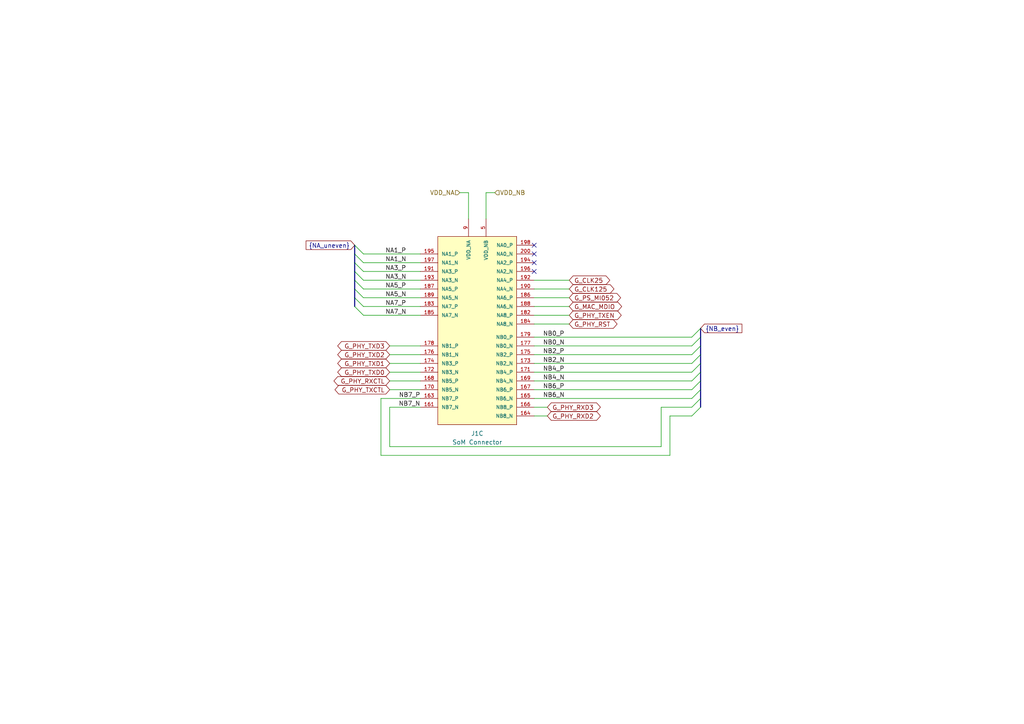
<source format=kicad_sch>
(kicad_sch (version 20250114) (generator "eeschema") (generator_version "9.0")
  (paper "A4")
  (title_block (title "SoM Programmer & ADC Board") (date "2026-02-09") (rev "0.1") (company "Technische Hochschule Köln") (comment 1 "Felix Sebastian Nitz") (comment 2 "Ismail Özdemirkan"))
  (lib_symbols
    (symbol "ccsom_lib:SoM connector" (pin_names (offset 1.016))
      (property "Reference" "J" (at 11.176 23.368 0))
      (property "Value" "SoM Connector" (at 11.176 21.336 0))
      (symbol "SoM connector_1_0"
        (rectangle (start -11.43 17.78) (end 11.43 -7.62) (stroke (width 0.1524)) (fill (type background)))
        (pin passive line (at -16.51 13.97 0) (length 5.08) (name "JTAG_TCK") (number "21"))
        (pin passive line (at -16.51 11.43 0) (length 5.08) (name "JTAG_TMS") (number "23"))
        (pin passive line (at -16.51 8.89 0) (length 5.08) (name "JTAG_TDI") (number "25"))
        (pin passive line (at -16.51 6.35 0) (length 5.08) (name "JTAG_TDO") (number "27"))
        (pin passive line (at -16.51 2.54 0) (length 5.08) (name "MD3") (number "33"))
        (pin passive line (at -16.51 0 0) (length 5.08) (name "MD2") (number "35"))
        (pin passive line (at -16.51 -2.54 0) (length 5.08) (name "MD1") (number "37"))
        (pin passive line (at -16.51 -5.08 0) (length 5.08) (name "MD0") (number "39"))
        (pin power_in line (at 0 22.86 270) (length 5.08) (name "+5V") (number "1"))
        (pin power_in line (at 0 22.86 270) (length 5.08) (hide yes) (name "+5V") (number "4"))
        (pin passive line (at 0 -12.7 90) (length 5.08) (hide yes) (name "GND") (number "10"))
        (pin passive line (at 0 -12.7 90) (length 5.08) (hide yes) (name "GND") (number "101"))
        (pin passive line (at 0 -12.7 90) (length 5.08) (hide yes) (name "GND") (number "105"))
        (pin passive line (at 0 -12.7 90) (length 5.08) (hide yes) (name "GND") (number "11"))
        (pin passive line (at 0 -12.7 90) (length 5.08) (hide yes) (name "GND") (number "112"))
        (pin passive line (at 0 -12.7 90) (length 5.08) (hide yes) (name "GND") (number "116"))
        (pin passive line (at 0 -12.7 90) (length 5.08) (hide yes) (name "GND") (number "122"))
        (pin passive line (at 0 -12.7 90) (length 5.08) (hide yes) (name "GND") (number "14"))
        (pin passive line (at 0 -12.7 90) (length 5.08) (hide yes) (name "GND") (number "144"))
        (pin passive line (at 0 -12.7 90) (length 5.08) (hide yes) (name "GND") (number "15"))
        (pin passive line (at 0 -12.7 90) (length 5.08) (hide yes) (name "GND") (number "159"))
        (pin passive line (at 0 -12.7 90) (length 5.08) (hide yes) (name "GND") (number "162"))
        (pin passive line (at 0 -12.7 90) (length 5.08) (hide yes) (name "GND") (number "180"))
        (pin passive line (at 0 -12.7 90) (length 5.08) (hide yes) (name "GND") (number "181"))
        (pin passive line (at 0 -12.7 90) (length 5.08) (hide yes) (name "GND") (number "19"))
        (pin passive line (at 0 -12.7 90) (length 5.08) (hide yes) (name "GND") (number "199"))
        (pin passive line (at 0 -12.7 90) (length 5.08) (name "GND") (number "2"))
        (pin passive line (at 0 -12.7 90) (length 5.08) (hide yes) (name "GND") (number "20"))
        (pin passive line (at 0 -12.7 90) (length 5.08) (hide yes) (name "GND") (number "22"))
        (pin passive line (at 0 -12.7 90) (length 5.08) (hide yes) (name "GND") (number "28"))
        (pin passive line (at 0 -12.7 90) (length 5.08) (hide yes) (name "GND") (number "3"))
        (pin passive line (at 0 -12.7 90) (length 5.08) (hide yes) (name "GND") (number "34"))
        (pin passive line (at 0 -12.7 90) (length 5.08) (hide yes) (name "GND") (number "40"))
        (pin passive line (at 0 -12.7 90) (length 5.08) (hide yes) (name "GND") (number "46"))
        (pin passive line (at 0 -12.7 90) (length 5.08) (hide yes) (name "GND") (number "52"))
        (pin passive line (at 0 -12.7 90) (length 5.08) (hide yes) (name "GND") (number "54"))
        (pin passive line (at 0 -12.7 90) (length 5.08) (hide yes) (name "GND") (number "6"))
        (pin passive line (at 0 -12.7 90) (length 5.08) (hide yes) (name "GND") (number "7"))
        (pin passive line (at 0 -12.7 90) (length 5.08) (hide yes) (name "GND") (number "97"))
        (pin passive line (at 0 -12.7 90) (length 5.08) (hide yes) (name "SHIELD") (number "S1"))
        (pin passive line (at 0 -12.7 90) (length 5.08) (hide yes) (name "SHIELD__1") (number "S2"))
        (pin passive line (at 16.51 13.97 180) (length 5.08) (name "APP_Reset") (number "18"))
        (pin passive line (at 16.51 10.16 180) (length 5.08) (name "CFG_Failed") (number "31"))
        (pin passive line (at 16.51 7.62 180) (length 5.08) (name "CFG_Done") (number "29"))
        (pin passive line (at 16.51 3.81 180) (length 5.08) (name "CLK1") (number "114"))
        (pin passive line (at 16.51 1.27 180) (length 5.08) (name "CLK2") (number "103"))
        (pin passive line (at 16.51 -1.27 180) (length 5.08) (name "CLK3") (number "99"))
      )
      (symbol "SoM connector_2_0"
        (rectangle (start -8.89 19.05) (end 8.89 3.81) (stroke (width 0.1524)) (fill (type background)))
        (pin passive line (at -13.97 15.24 0) (length 5.08) (name "TX_P0") (number "32"))
        (pin passive line (at -13.97 12.7 0) (length 5.08) (name "TX_N0") (number "30"))
        (pin passive line (at -13.97 10.16 0) (length 5.08) (name "RX_P0") (number "26"))
        (pin passive line (at -13.97 7.62 0) (length 5.08) (name "RX_N0") (number "24"))
        (pin passive line (at -1.27 -1.27 90) (length 5.08) (name "CLK_N") (number "38"))
        (pin passive line (at 1.27 -1.27 90) (length 5.08) (name "CLK_P") (number "36"))
        (pin passive line (at 13.97 15.24 180) (length 5.08) (name "RX_P1") (number "44"))
        (pin passive line (at 13.97 12.7 180) (length 5.08) (name "RX_N1") (number "42"))
        (pin passive line (at 13.97 10.16 180) (length 5.08) (name "TX_N1") (number "48"))
        (pin passive line (at 13.97 7.62 180) (length 5.08) (name "TX_P1") (number "50"))
      )
      (symbol "SoM connector_3_0"
        (rectangle (start -11.43 17.78) (end 11.43 -36.83) (stroke (width 0.1524)) (fill (type background)))
        (pin passive line (at -16.51 12.7 0) (length 5.08) (name "NA1_P") (number "195"))
        (pin passive line (at -16.51 10.16 0) (length 5.08) (name "NA1_N") (number "197"))
        (pin passive line (at -16.51 7.62 0) (length 5.08) (name "NA3_P") (number "191"))
        (pin passive line (at -16.51 5.08 0) (length 5.08) (name "NA3_N") (number "193"))
        (pin passive line (at -16.51 2.54 0) (length 5.08) (name "NA5_P") (number "187"))
        (pin passive line (at -16.51 0 0) (length 5.08) (name "NA5_N") (number "189"))
        (pin passive line (at -16.51 -2.54 0) (length 5.08) (name "NA7_P") (number "183"))
        (pin passive line (at -16.51 -5.08 0) (length 5.08) (name "NA7_N") (number "185"))
        (pin passive line (at -16.51 -13.97 0) (length 5.08) (name "NB1_P") (number "178"))
        (pin passive line (at -16.51 -16.51 0) (length 5.08) (name "NB1_N") (number "176"))
        (pin passive line (at -16.51 -19.05 0) (length 5.08) (name "NB3_P") (number "174"))
        (pin passive line (at -16.51 -21.59 0) (length 5.08) (name "NB3_N") (number "172"))
        (pin passive line (at -16.51 -24.13 0) (length 5.08) (name "NB5_P") (number "168"))
        (pin passive line (at -16.51 -26.67 0) (length 5.08) (name "NB5_N") (number "170"))
        (pin passive line (at -16.51 -29.21 0) (length 5.08) (name "NB7_P") (number "163"))
        (pin passive line (at -16.51 -31.75 0) (length 5.08) (name "NB7_N") (number "161"))
        (pin power_in line (at -2.54 22.86 270) (length 5.08) (name "VDD_NA") (number "9"))
        (pin power_in line (at 2.54 22.86 270) (length 5.08) (name "VDD_NB") (number "5"))
        (pin passive line (at 16.51 15.24 180) (length 5.08) (name "NA0_P") (number "198"))
        (pin passive line (at 16.51 12.7 180) (length 5.08) (name "NA0_N") (number "200"))
        (pin passive line (at 16.51 10.16 180) (length 5.08) (name "NA2_P") (number "194"))
        (pin passive line (at 16.51 7.62 180) (length 5.08) (name "NA2_N") (number "196"))
        (pin passive line (at 16.51 5.08 180) (length 5.08) (name "NA4_P") (number "192"))
        (pin passive line (at 16.51 2.54 180) (length 5.08) (name "NA4_N") (number "190"))
        (pin passive line (at 16.51 0 180) (length 5.08) (name "NA6_P") (number "186"))
        (pin passive line (at 16.51 -2.54 180) (length 5.08) (name "NA6_N") (number "188"))
        (pin passive line (at 16.51 -5.08 180) (length 5.08) (name "NA8_P") (number "182"))
        (pin passive line (at 16.51 -7.62 180) (length 5.08) (name "NA8_N") (number "184"))
        (pin passive line (at 16.51 -11.43 180) (length 5.08) (name "NB0_P") (number "179"))
        (pin passive line (at 16.51 -13.97 180) (length 5.08) (name "NB0_N") (number "177"))
        (pin passive line (at 16.51 -16.51 180) (length 5.08) (name "NB2_P") (number "175"))
        (pin passive line (at 16.51 -19.05 180) (length 5.08) (name "NB2_N") (number "173"))
        (pin passive line (at 16.51 -21.59 180) (length 5.08) (name "NB4_P") (number "171"))
        (pin passive line (at 16.51 -24.13 180) (length 5.08) (name "NB4_N") (number "169"))
        (pin passive line (at 16.51 -26.67 180) (length 5.08) (name "NB6_P") (number "167"))
        (pin passive line (at 16.51 -29.21 180) (length 5.08) (name "NB6_N") (number "165"))
        (pin passive line (at 16.51 -31.75 180) (length 5.08) (name "NB8_P") (number "166"))
        (pin passive line (at 16.51 -34.29 180) (length 5.08) (name "NB8_N") (number "164"))
      )
      (symbol "SoM connector_4_0"
        (rectangle (start -11.43 17.78) (end 11.43 -36.83) (stroke (width 0.1524)) (fill (type background)))
        (pin passive line (at -16.51 12.7 0) (length 5.08) (name "EA1_P") (number "124"))
        (pin passive line (at -16.51 10.16 0) (length 5.08) (name "EA1_N") (number "126"))
        (pin passive line (at -16.51 7.62 0) (length 5.08) (name "EA3_P") (number "128"))
        (pin passive line (at -16.51 5.08 0) (length 5.08) (name "EA3_N") (number "130"))
        (pin passive line (at -16.51 2.54 0) (length 5.08) (name "EA5_P") (number "132"))
        (pin passive line (at -16.51 0 0) (length 5.08) (name "EA5_N") (number "134"))
        (pin passive line (at -16.51 -2.54 0) (length 5.08) (name "EA7_P") (number "135"))
        (pin passive line (at -16.51 -5.08 0) (length 5.08) (name "EA7_N") (number "137"))
        (pin passive line (at -16.51 -13.97 0) (length 5.08) (name "EB1_P") (number "146"))
        (pin passive line (at -16.51 -16.51 0) (length 5.08) (name "EB1_N") (number "148"))
        (pin passive line (at -16.51 -19.05 0) (length 5.08) (name "EB3_P") (number "150"))
        (pin passive line (at -16.51 -21.59 0) (length 5.08) (name "EB3_N") (number "152"))
        (pin passive line (at -16.51 -24.13 0) (length 5.08) (name "EB5_P") (number "151"))
        (pin passive line (at -16.51 -26.67 0) (length 5.08) (name "EB5_N") (number "153"))
        (pin passive line (at -16.51 -29.21 0) (length 5.08) (name "EB7_P") (number "160"))
        (pin passive line (at -16.51 -31.75 0) (length 5.08) (name "EB7_N") (number "158"))
        (pin power_in line (at -2.54 22.86 270) (length 5.08) (name "VDD_EA") (number "13"))
        (pin power_in line (at 2.54 22.86 270) (length 5.08) (name "VDD_EB") (number "17"))
        (pin passive line (at 16.51 15.24 180) (length 5.08) (name "EA0_P") (number "125"))
        (pin passive line (at 16.51 12.7 180) (length 5.08) (name "EA0_N") (number "123"))
        (pin passive line (at 16.51 10.16 180) (length 5.08) (name "EA2_P") (number "127"))
        (pin passive line (at 16.51 7.62 180) (length 5.08) (name "EA2_N") (number "129"))
        (pin passive line (at 16.51 5.08 180) (length 5.08) (name "EA4_P") (number "131"))
        (pin passive line (at 16.51 2.54 180) (length 5.08) (name "EA4_N") (number "133"))
        (pin passive line (at 16.51 0 180) (length 5.08) (name "EA6_P") (number "136"))
        (pin passive line (at 16.51 -2.54 180) (length 5.08) (name "EA6_N") (number "138"))
        (pin passive line (at 16.51 -5.08 180) (length 5.08) (name "EA8_P") (number "140"))
        (pin passive line (at 16.51 -7.62 180) (length 5.08) (name "EA8_N") (number "142"))
        (pin passive line (at 16.51 -11.43 180) (length 5.08) (name "EB0_P") (number "139"))
        (pin passive line (at 16.51 -13.97 180) (length 5.08) (name "EB0_N") (number "141"))
        (pin passive line (at 16.51 -16.51 180) (length 5.08) (name "EB2_P") (number "143"))
        (pin passive line (at 16.51 -19.05 180) (length 5.08) (name "EB2_N") (number "145"))
        (pin passive line (at 16.51 -21.59 180) (length 5.08) (name "EB4_P") (number "147"))
        (pin passive line (at 16.51 -24.13 180) (length 5.08) (name "EB4_N") (number "149"))
        (pin passive line (at 16.51 -26.67 180) (length 5.08) (name "EB6_P") (number "154"))
        (pin passive line (at 16.51 -29.21 180) (length 5.08) (name "EB6_N") (number "156"))
        (pin passive line (at 16.51 -31.75 180) (length 5.08) (name "EB8_P") (number "157"))
        (pin passive line (at 16.51 -34.29 180) (length 5.08) (name "EB8_N") (number "155"))
      )
      (symbol "SoM connector_5_0"
        (rectangle (start -11.43 17.78) (end 11.43 -26.67) (stroke (width 0.1524)) (fill (type background)))
        (pin passive line (at -16.51 12.7 0) (length 5.08) (name "SA1_P") (number "90"))
        (pin passive line (at -16.51 10.16 0) (length 5.08) (name "SA1_N") (number "88"))
        (pin passive line (at -16.51 7.62 0) (length 5.08) (name "SA3_P") (number "87"))
        (pin passive line (at -16.51 5.08 0) (length 5.08) (name "SA3_N") (number "85"))
        (pin passive line (at -16.51 2.54 0) (length 5.08) (name "SA5_P") (number "91"))
        (pin passive line (at -16.51 0 0) (length 5.08) (name "SA5_N") (number "89"))
        (pin passive line (at -16.51 -2.54 0) (length 5.08) (name "SA7_P") (number "102"))
        (pin passive line (at -16.51 -5.08 0) (length 5.08) (name "SA7_N") (number "100"))
        (pin passive line (at -16.51 -11.43 0) (length 5.08) (name "SB1_P") (number "113"))
        (pin passive line (at -16.51 -13.97 0) (length 5.08) (name "SB1_N") (number "111"))
        (pin passive line (at -16.51 -16.51 0) (length 5.08) (name "SB3_P") (number "121"))
        (pin passive line (at -16.51 -19.05 0) (length 5.08) (name "SB3_N") (number "119"))
        (pin passive line (at -16.51 -21.59 0) (length 5.08) (name "SB7") (number "118"))
        (pin passive line (at -16.51 -24.13 0) (length 5.08) (name "SB8") (number "120"))
        (pin power_in line (at 0 22.86 270) (length 5.08) (name "VDD_SA") (number "16"))
        (pin passive line (at 16.51 15.24 180) (length 5.08) (name "SA0_P") (number "83"))
        (pin passive line (at 16.51 12.7 180) (length 5.08) (name "SA0_N") (number "81"))
        (pin passive line (at 16.51 10.16 180) (length 5.08) (name "SA2_P") (number "94"))
        (pin passive line (at 16.51 7.62 180) (length 5.08) (name "SA2_N") (number "92"))
        (pin passive line (at 16.51 5.08 180) (length 5.08) (name "SA4_P") (number "98"))
        (pin passive line (at 16.51 2.54 180) (length 5.08) (name "SA4_N") (number "96"))
        (pin passive line (at 16.51 0 180) (length 5.08) (name "SA6_P") (number "95"))
        (pin passive line (at 16.51 -2.54 180) (length 5.08) (name "SA6_N") (number "93"))
        (pin passive line (at 16.51 -5.08 180) (length 5.08) (name "SA8_P") (number "106"))
        (pin passive line (at 16.51 -7.62 180) (length 5.08) (name "SA8_N") (number "104"))
        (pin passive line (at 16.51 -11.43 180) (length 5.08) (name "SB0_P") (number "109"))
        (pin passive line (at 16.51 -13.97 180) (length 5.08) (name "SB0_N") (number "107"))
        (pin passive line (at 16.51 -16.51 180) (length 5.08) (name "SB2_P") (number "117"))
        (pin passive line (at 16.51 -19.05 180) (length 5.08) (name "SB2_N") (number "115"))
        (pin passive line (at 16.51 -21.59 180) (length 5.08) (name "SB4_P") (number "110"))
        (pin passive line (at 16.51 -24.13 180) (length 5.08) (name "SB4_N") (number "108"))
      )
      (symbol "SoM connector_6_0"
        (rectangle (start -11.43 17.78) (end 11.43 -36.83) (stroke (width 0.1524)) (fill (type background)))
        (pin passive line (at -16.51 12.7 0) (length 5.08) (name "WC1_P") (number "63"))
        (pin passive line (at -16.51 10.16 0) (length 5.08) (name "WC1_N") (number "61"))
        (pin passive line (at -16.51 7.62 0) (length 5.08) (name "WC3_P") (number "59"))
        (pin passive line (at -16.51 5.08 0) (length 5.08) (name "WC3_N") (number "57"))
        (pin passive line (at -16.51 2.54 0) (length 5.08) (name "WC5_P") (number "55"))
        (pin passive line (at -16.51 0 0) (length 5.08) (name "WC5_N") (number "53"))
        (pin passive line (at -16.51 -2.54 0) (length 5.08) (name "WC7_P") (number "47"))
        (pin passive line (at -16.51 -5.08 0) (length 5.08) (name "WC7_N") (number "45"))
        (pin passive line (at -16.51 -13.97 0) (length 5.08) (name "WB1_P") (number "82"))
        (pin passive line (at -16.51 -16.51 0) (length 5.08) (name "WB1_N") (number "80"))
        (pin passive line (at -16.51 -19.05 0) (length 5.08) (name "WB3_P") (number "78"))
        (pin passive line (at -16.51 -21.59 0) (length 5.08) (name "WB3_N") (number "76"))
        (pin passive line (at -16.51 -24.13 0) (length 5.08) (name "WB5_P") (number "74"))
        (pin passive line (at -16.51 -26.67 0) (length 5.08) (name "WB5_N") (number "72"))
        (pin passive line (at -16.51 -29.21 0) (length 5.08) (name "WB7_P") (number "70"))
        (pin passive line (at -16.51 -31.75 0) (length 5.08) (name "WB7_N") (number "68"))
        (pin power_in line (at -2.54 22.86 270) (length 5.08) (name "VDD_WC") (number "8"))
        (pin power_in line (at 2.54 22.86 270) (length 5.08) (name "VDD_WB") (number "12"))
        (pin passive line (at 16.51 15.24 180) (length 5.08) (name "WC0_P") (number "66"))
        (pin passive line (at 16.51 12.7 180) (length 5.08) (name "WC0_N") (number "64"))
        (pin passive line (at 16.51 10.16 180) (length 5.08) (name "WC2_P") (number "62"))
        (pin passive line (at 16.51 7.62 180) (length 5.08) (name "WC2_N") (number "60"))
        (pin passive line (at 16.51 5.08 180) (length 5.08) (name "WC4_P") (number "58"))
        (pin passive line (at 16.51 2.54 180) (length 5.08) (name "WC4_N") (number "56"))
        (pin passive line (at 16.51 0 180) (length 5.08) (name "WC6_P") (number "51"))
        (pin passive line (at 16.51 -2.54 180) (length 5.08) (name "WC6_N") (number "49"))
        (pin passive line (at 16.51 -5.08 180) (length 5.08) (name "WC8_P") (number "43"))
        (pin passive line (at 16.51 -7.62 180) (length 5.08) (name "WC8_N") (number "41"))
        (pin passive line (at 16.51 -11.43 180) (length 5.08) (name "WB0_P") (number "86"))
        (pin passive line (at 16.51 -13.97 180) (length 5.08) (name "WB0_N") (number "84"))
        (pin passive line (at 16.51 -16.51 180) (length 5.08) (name "WB2_P") (number "79"))
        (pin passive line (at 16.51 -19.05 180) (length 5.08) (name "WB2_N") (number "77"))
        (pin passive line (at 16.51 -21.59 180) (length 5.08) (name "WB4_P") (number "75"))
        (pin passive line (at 16.51 -24.13 180) (length 5.08) (name "WB4_N") (number "73"))
        (pin passive line (at 16.51 -26.67 180) (length 5.08) (name "WB6_P") (number "71"))
        (pin passive line (at 16.51 -29.21 180) (length 5.08) (name "WB6_N") (number "69"))
        (pin passive line (at 16.51 -31.75 180) (length 5.08) (name "WB8_P") (number "67"))
        (pin passive line (at 16.51 -34.29 180) (length 5.08) (name "WB8_N") (number "65"))
      )
    )
  )
  (bus_alias "East_A" (members "EA0_P" "EA0_N" "EA1_P" "EA1_N" "EA2_P" "EA2_N" "EA3_P" "EA3_N" "EA4_P" "EA4_N" "EA5_P" "EA5_N" "EA6_P" "EA6_N" "EA7_P" "EA7_N" "EA8_P" "EA8_N"))
  (bus_alias "East_B" (members "EB0_P" "EB0_N" "EB1_P" "EB1_N" "EB2_P" "EB2_N" "EB3_P" "EB3_N" "EB4_P" "EB4_N" "EB5_P" "EB5_N" "EB6_P" "EB6_N" "EB7_P" "EB7_N" "EB8_P" "EB8_N"))
  (bus_alias "NA_uneven" (members "NA1_P" "NA1_N" "NA3_P" "NA3_N" "NA5_P" "NA5_N" "NA7_P" "NA7_N"))
  (bus_alias "NB_even" (members "NB0_P" "NB0_N" "NB2_P" "NB2_N" "NB4_P" "NB4_N" "NB6_P" "NB6_N" "NB7_P" "NB7_N"))
  (bus_alias "North_A" (members "NA0_P" "NA0_N" "NA1_P" "NA1_N" "NA2_P" "NA2_N" "NA3_P" "NA3_N" "NA4_P" "NA4_N" "NA5_P" "NA5_N" "NA6_P" "NA6_N" "NA7_P" "NA7_N" "NA8_P" "NA8_N"))
  (bus_alias "North_B" (members "NB0_P" "NB0_N" "NB1_P" "NB1_N" "NB2_P" "NB2_N" "NB3_P" "NB3_N" "NB4_P" "NB4_N" "NB5_P" "NB5_N" "NB6_P" "NB6_N" "NB7_P" "NB7_N" "NB8_P" "NB8_N"))
  (bus_alias "SerDes" (members "CLK_P" "CLK_N" "RX0_P" "RX0_N" "TX0_P" "TX0_N" "RX1_P" "RX1_N" "TX1_P" "TX1_N"))
  (bus_alias "South_A" (members "SA0_P" "SA0_N" "SA1_P" "SA1_N" "SA2_P" "SA2_N" "SA3_P" "SA3_N" "SA4_P" "SA4_N" "SA5_P" "SA5_N" "SA6_P" "SA6_N" "SA7_P" "SA7_N" "SA8_P" "SA8_N"))
  (bus_alias "South_B" (members "SB0_P" "SB0_N" "SB1_P" "SB1_N" "SB2_P" "SB2_N" "SB3_P" "SB3_N" "SB4_P" "SB4_N" "SB7" "SB8" "CLK1" "CLK2" "CLK3"))
  (bus_alias "West_B" (members "WB0_P" "WB0_N" "WB1_P" "WB1_N" "WB2_P" "WB2_N" "WB3_P" "WB3_N" "WB4_P" "WB4_N" "WB5_P" "WB5_N" "WB6_P" "WB6_N" "WB7_P" "WB7_N" "WB8_P" "WB8_N"))
  (bus_alias "West_C" (members "WC0_P" "WC0_N" "WC1_P" "WC1_N" "WC2_P" "WC2_N" "WC3_P" "WC3_N" "WC4_P" "WC4_N" "WC5_P" "WC5_N" "WC6_P" "WC6_N" "WC7_P" "WC7_N" "WC8_P" "WC8_N"))
  (no_connect (at 154.94 78.74))
  (no_connect (at 154.94 76.2))
  (no_connect (at 154.94 73.66))
  (no_connect (at 154.94 71.12))
  (bus_entry (at 203.2 110.49) (size -2.54 2.54))
  (bus_entry (at 102.87 86.36) (size 2.54 2.54))
  (bus_entry (at 102.87 71.12) (size 2.54 2.54))
  (bus_entry (at 102.87 88.9) (size 2.54 2.54))
  (bus_entry (at 102.87 76.2) (size 2.54 2.54))
  (bus_entry (at 203.2 97.79) (size -2.54 2.54))
  (bus_entry (at 203.2 115.57) (size -2.54 2.54))
  (bus_entry (at 203.2 100.33) (size -2.54 2.54))
  (bus_entry (at 102.87 81.28) (size 2.54 2.54))
  (bus_entry (at 102.87 73.66) (size 2.54 2.54))
  (bus_entry (at 102.87 83.82) (size 2.54 2.54))
  (bus_entry (at 203.2 95.25) (size -2.54 2.54))
  (bus_entry (at 203.2 118.11) (size -2.54 2.54))
  (bus_entry (at 102.87 78.74) (size 2.54 2.54))
  (bus_entry (at 203.2 107.95) (size -2.54 2.54))
  (bus_entry (at 203.2 113.03) (size -2.54 2.54))
  (bus_entry (at 203.2 102.87) (size -2.54 2.54))
  (bus_entry (at 203.2 105.41) (size -2.54 2.54))
  (bus (pts (xy 203.2 113.03) (xy 203.2 115.57)))
  (bus (pts (xy 203.2 105.41) (xy 203.2 107.95)))
  (wire (pts (xy 105.41 86.36) (xy 121.92 86.36)))
  (bus (pts (xy 203.2 115.57) (xy 203.2 118.11)))
  (wire (pts (xy 110.49 132.08) (xy 194.31 132.08)))
  (wire (pts (xy 140.97 55.88) (xy 140.97 63.5)))
  (wire (pts (xy 154.94 100.33) (xy 200.66 100.33)))
  (bus (pts (xy 102.87 73.66) (xy 102.87 76.2)))
  (wire (pts (xy 154.94 88.9) (xy 165.1 88.9)))
  (wire (pts (xy 154.94 105.41) (xy 200.66 105.41)))
  (wire (pts (xy 113.03 110.49) (xy 121.92 110.49)))
  (bus (pts (xy 102.87 78.74) (xy 102.87 81.28)))
  (wire (pts (xy 105.41 76.2) (xy 121.92 76.2)))
  (wire (pts (xy 105.41 83.82) (xy 121.92 83.82)))
  (wire (pts (xy 154.94 110.49) (xy 200.66 110.49)))
  (wire (pts (xy 154.94 86.36) (xy 165.1 86.36)))
  (wire (pts (xy 194.31 120.65) (xy 200.66 120.65)))
  (wire (pts (xy 105.41 73.66) (xy 121.92 73.66)))
  (wire (pts (xy 154.94 81.28) (xy 165.1 81.28)))
  (wire (pts (xy 191.77 129.54) (xy 191.77 118.11)))
  (wire (pts (xy 154.94 83.82) (xy 165.1 83.82)))
  (bus (pts (xy 102.87 83.82) (xy 102.87 86.36)))
  (wire (pts (xy 191.77 118.11) (xy 200.66 118.11)))
  (wire (pts (xy 133.35 55.88) (xy 135.89 55.88)))
  (wire (pts (xy 154.94 93.98) (xy 165.1 93.98)))
  (bus (pts (xy 102.87 76.2) (xy 102.87 78.74)))
  (wire (pts (xy 194.31 132.08) (xy 194.31 120.65)))
  (wire (pts (xy 121.92 115.57) (xy 110.49 115.57)))
  (bus (pts (xy 102.87 81.28) (xy 102.87 83.82)))
  (wire (pts (xy 140.97 55.88) (xy 143.51 55.88)))
  (bus (pts (xy 203.2 107.95) (xy 203.2 110.49)))
  (wire (pts (xy 105.41 88.9) (xy 121.92 88.9)))
  (wire (pts (xy 154.94 120.65) (xy 158.75 120.65)))
  (wire (pts (xy 110.49 115.57) (xy 110.49 132.08)))
  (wire (pts (xy 154.94 113.03) (xy 200.66 113.03)))
  (wire (pts (xy 113.03 102.87) (xy 121.92 102.87)))
  (wire (pts (xy 154.94 91.44) (xy 165.1 91.44)))
  (bus (pts (xy 203.2 102.87) (xy 203.2 105.41)))
  (bus (pts (xy 102.87 71.12) (xy 102.87 73.66)))
  (bus (pts (xy 203.2 97.79) (xy 203.2 100.33)))
  (bus (pts (xy 203.2 110.49) (xy 203.2 113.03)))
  (wire (pts (xy 113.03 129.54) (xy 191.77 129.54)))
  (wire (pts (xy 154.94 118.11) (xy 158.75 118.11)))
  (wire (pts (xy 113.03 113.03) (xy 121.92 113.03)))
  (bus (pts (xy 102.87 86.36) (xy 102.87 88.9)))
  (wire (pts (xy 105.41 81.28) (xy 121.92 81.28)))
  (wire (pts (xy 113.03 118.11) (xy 113.03 129.54)))
  (wire (pts (xy 113.03 118.11) (xy 121.92 118.11)))
  (wire (pts (xy 105.41 78.74) (xy 121.92 78.74)))
  (wire (pts (xy 154.94 115.57) (xy 200.66 115.57)))
  (wire (pts (xy 135.89 55.88) (xy 135.89 63.5)))
  (wire (pts (xy 113.03 105.41) (xy 121.92 105.41)))
  (wire (pts (xy 105.41 91.44) (xy 121.92 91.44)))
  (bus (pts (xy 203.2 100.33) (xy 203.2 102.87)))
  (wire (pts (xy 154.94 97.79) (xy 200.66 97.79)))
  (bus (pts (xy 203.2 95.25) (xy 203.2 97.79)))
  (wire (pts (xy 154.94 107.95) (xy 200.66 107.95)))
  (wire (pts (xy 113.03 107.95) (xy 121.92 107.95)))
  (wire (pts (xy 113.03 100.33) (xy 121.92 100.33)))
  (wire (pts (xy 154.94 102.87) (xy 200.66 102.87)))
  (label "NB0_P" (at 157.48 97.79 0))
  (label "NB2_P" (at 157.48 102.87 0))
  (label "NA7_N" (at 111.76 91.44 0))
  (label "NA1_P" (at 111.76 73.66 0))
  (label "NB4_N" (at 157.48 110.49 0))
  (label "NB7_N" (at 121.92 118.11 180))
  (label "NA5_P" (at 111.76 83.82 0))
  (label "NA1_N" (at 111.76 76.2 0))
  (label "NA3_P" (at 111.76 78.74 0))
  (label "NB0_N" (at 157.48 100.33 0))
  (label "NA5_N" (at 111.76 86.36 0))
  (label "NA3_N" (at 111.76 81.28 0))
  (label "NB7_P" (at 121.92 115.57 180))
  (label "NB6_N" (at 157.48 115.57 0))
  (label "NA7_P" (at 111.76 88.9 0))
  (label "NB2_N" (at 157.48 105.41 0))
  (label "NB4_P" (at 157.48 107.95 0))
  (label "NB6_P" (at 157.48 113.03 0))
  (global_label "G_PHY_RST" (shape bidirectional) (at 165.1 93.98 0) (property "Intersheetrefs" "${INTERSHEET_REFS}" (effects (hide yes))))
  (global_label "G_CLK125" (shape bidirectional) (at 165.1 83.82 0) (property "Intersheetrefs" "${INTERSHEET_REFS}" (effects (hide yes))))
  (global_label "{NA_uneven}" (shape input) (at 102.87 71.12 180) (property "Intersheetrefs" "${INTERSHEET_REFS}" (effects (hide yes))))
  (global_label "G_PHY_RXD2" (shape bidirectional) (at 158.75 120.65 0) (property "Intersheetrefs" "${INTERSHEET_REFS}" (effects (hide yes))))
  (global_label "{NB_even}" (shape input) (at 203.2 95.25 0) (property "Intersheetrefs" "${INTERSHEET_REFS}" (effects (hide yes))))
  (global_label "G_PHY_TXD2" (shape bidirectional) (at 113.03 102.87 180) (property "Intersheetrefs" "${INTERSHEET_REFS}" (effects (hide yes))))
  (global_label "G_CLK25" (shape bidirectional) (at 165.1 81.28 0) (property "Intersheetrefs" "${INTERSHEET_REFS}" (effects (hide yes))))
  (global_label "G_PHY_TXCTL" (shape bidirectional) (at 113.03 113.03 180) (property "Intersheetrefs" "${INTERSHEET_REFS}" (effects (hide yes))))
  (global_label "G_PHY_RXD3" (shape bidirectional) (at 158.75 118.11 0) (property "Intersheetrefs" "${INTERSHEET_REFS}" (effects (hide yes))))
  (global_label "G_PS_MI052" (shape bidirectional) (at 165.1 86.36 0) (property "Intersheetrefs" "${INTERSHEET_REFS}" (effects (hide yes))))
  (global_label "G_PHY_TXD1" (shape bidirectional) (at 113.03 105.41 180) (property "Intersheetrefs" "${INTERSHEET_REFS}" (effects (hide yes))))
  (global_label "G_MAC_MDIO" (shape bidirectional) (at 165.1 88.9 0) (property "Intersheetrefs" "${INTERSHEET_REFS}" (effects (hide yes))))
  (global_label "G_PHY_TXEN" (shape bidirectional) (at 165.1 91.44 0) (property "Intersheetrefs" "${INTERSHEET_REFS}" (effects (hide yes))))
  (global_label "G_PHY_RXCTL" (shape bidirectional) (at 113.03 110.49 180) (property "Intersheetrefs" "${INTERSHEET_REFS}" (effects (hide yes))))
  (global_label "G_PHY_TXD3" (shape bidirectional) (at 113.03 100.33 180) (property "Intersheetrefs" "${INTERSHEET_REFS}" (effects (hide yes))))
  (global_label "G_PHY_TXD0" (shape bidirectional) (at 113.03 107.95 180) (property "Intersheetrefs" "${INTERSHEET_REFS}" (effects (hide yes))))
  (hierarchical_label "VDD_NB" (shape input) (at 143.51 55.88 0))
  (hierarchical_label "VDD_NA" (shape input) (at 133.35 55.88 180))
  (symbol (lib_id "ccsom_lib:SoM connector") (at 138.43 86.36 0) (unit 3)
    (property "Reference" "J1" (at 138.43 125.73 0))
    (property "Value" "SoM Connector" (at 138.43 128.27 0))
    (property "Footprint" "ccsom_Footprint_lib:SoM_Connector" (effects (hide yes)))
    (property "Description" "TE_1473005-1" (effects (hide yes)))
    (property "STANDARD" "Manufacturer Recommendations" (effects (hide yes)))
    (property "MAXIMUM_PACKAGE_HEIGHT" "5.9mm" (effects (hide yes)))
    (property "MANUFACTURER" "TE Connectivity" (effects (hide yes)))
    (property "Mouser Part Number" "571-1-1473005-1" (effects (hide yes)))
  )
)
</source>
